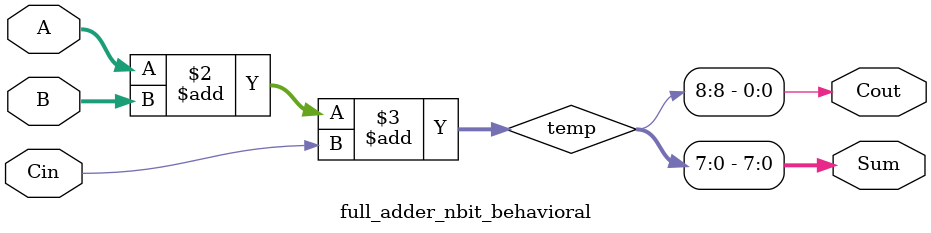
<source format=v>
module full_adder_nbit_behavioral #(parameter N = 8) (
    input [N-1:0] A, B,
    input Cin,
    output [N-1:0] Sum,
    output Cout
);

    reg [N:0] temp;

    always @(*) begin
        temp = A + B + Cin;
    end

    assign Sum = temp[N-1:0];
    assign Cout = temp[N];

endmodule

</source>
